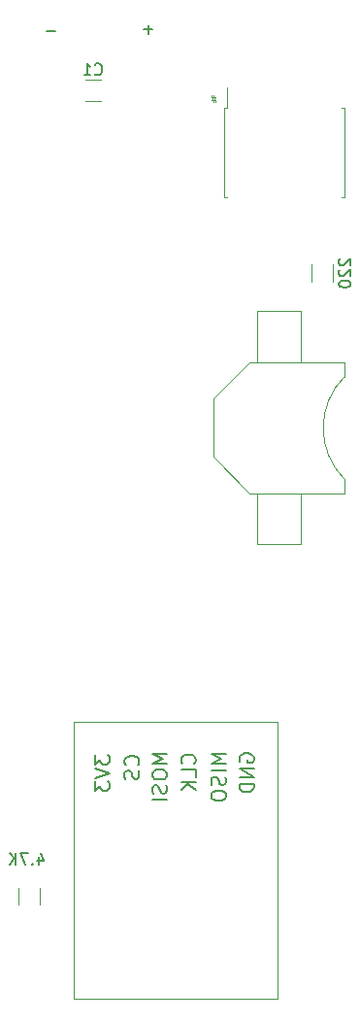
<source format=gbr>
%TF.GenerationSoftware,KiCad,Pcbnew,(5.1.12)-1*%
%TF.CreationDate,2023-05-17T18:58:12-04:00*%
%TF.ProjectId,Final_Design,46696e61-6c5f-4446-9573-69676e2e6b69,rev?*%
%TF.SameCoordinates,Original*%
%TF.FileFunction,Legend,Bot*%
%TF.FilePolarity,Positive*%
%FSLAX46Y46*%
G04 Gerber Fmt 4.6, Leading zero omitted, Abs format (unit mm)*
G04 Created by KiCad (PCBNEW (5.1.12)-1) date 2023-05-17 18:58:12*
%MOMM*%
%LPD*%
G01*
G04 APERTURE LIST*
%ADD10C,0.100000*%
%ADD11C,0.120000*%
%ADD12C,0.150000*%
G04 APERTURE END LIST*
D10*
X116745238Y-36607142D02*
X117102380Y-36607142D01*
X116888095Y-36821428D02*
X116745238Y-36178571D01*
X117054761Y-36392857D02*
X116697619Y-36392857D01*
X116911904Y-36178571D02*
X117054761Y-36821428D01*
D11*
%TO.C,BT1*%
X122600000Y-70915000D02*
X128315000Y-70915000D01*
X128315000Y-59485000D02*
X128315000Y-60755000D01*
X128315000Y-70915000D02*
X128315000Y-69645000D01*
X116885000Y-65200000D02*
X116885000Y-67740000D01*
X116885000Y-67740000D02*
X116885000Y-62660000D01*
X116885000Y-62660000D02*
X120060000Y-59485000D01*
X116885000Y-67740000D02*
X120060000Y-70915000D01*
X122600000Y-70915000D02*
X120060000Y-70915000D01*
X128315000Y-59485000D02*
X120060000Y-59485000D01*
X124505000Y-59485000D02*
X124505000Y-55675000D01*
X120695000Y-55675000D02*
X120695000Y-59485000D01*
X124505000Y-70915000D02*
X124505000Y-74725000D01*
X120695000Y-74725000D02*
X120695000Y-70915000D01*
X124505000Y-55675000D02*
X124505000Y-55040000D01*
X124505000Y-55040000D02*
X120695000Y-55040000D01*
X120695000Y-55040000D02*
X120695000Y-55675000D01*
X124505000Y-74725000D02*
X124505000Y-75360000D01*
X124505000Y-75360000D02*
X120695000Y-75360000D01*
X120695000Y-75360000D02*
X120695000Y-74725000D01*
X128315001Y-60755001D02*
G75*
G03*
X128315001Y-69644999I4444999J-4444999D01*
G01*
%TO.C,C1*%
X107111252Y-34890000D02*
X105688748Y-34890000D01*
X107111252Y-36710000D02*
X105688748Y-36710000D01*
%TO.C,4.7K*%
X101710000Y-106727064D02*
X101710000Y-105272936D01*
X99890000Y-106727064D02*
X99890000Y-105272936D01*
%TO.C,220*%
X125490000Y-50972936D02*
X125490000Y-52427064D01*
X127310000Y-50972936D02*
X127310000Y-52427064D01*
%TO.C,U2*%
X122450000Y-90830000D02*
X104670000Y-90830000D01*
X104670000Y-90830000D02*
X104670000Y-114960000D01*
X104670000Y-114960000D02*
X122450000Y-114960000D01*
X122450000Y-114960000D02*
X122450000Y-90830000D01*
%TO.C,U6*%
X128360000Y-41200000D02*
X128360000Y-45060000D01*
X128360000Y-45060000D02*
X128105000Y-45060000D01*
X128360000Y-41200000D02*
X128360000Y-37340000D01*
X128360000Y-37340000D02*
X128105000Y-37340000D01*
X117840000Y-41200000D02*
X117840000Y-45060000D01*
X117840000Y-45060000D02*
X118095000Y-45060000D01*
X117840000Y-41200000D02*
X117840000Y-37340000D01*
X117840000Y-37340000D02*
X118095000Y-37340000D01*
X118095000Y-37340000D02*
X118095000Y-35525000D01*
%TO.C,U1*%
D12*
X111580952Y-30471428D02*
X110819047Y-30471428D01*
X111200000Y-30852380D02*
X111200000Y-30090476D01*
X103080952Y-30601428D02*
X102319047Y-30601428D01*
%TO.C,C1*%
X106566666Y-34357142D02*
X106614285Y-34404761D01*
X106757142Y-34452380D01*
X106852380Y-34452380D01*
X106995238Y-34404761D01*
X107090476Y-34309523D01*
X107138095Y-34214285D01*
X107185714Y-34023809D01*
X107185714Y-33880952D01*
X107138095Y-33690476D01*
X107090476Y-33595238D01*
X106995238Y-33500000D01*
X106852380Y-33452380D01*
X106757142Y-33452380D01*
X106614285Y-33500000D01*
X106566666Y-33547619D01*
X105614285Y-34452380D02*
X106185714Y-34452380D01*
X105900000Y-34452380D02*
X105900000Y-33452380D01*
X105995238Y-33595238D01*
X106090476Y-33690476D01*
X106185714Y-33738095D01*
%TO.C,4.7K*%
X101623809Y-102585714D02*
X101623809Y-103252380D01*
X101861904Y-102204761D02*
X102100000Y-102919047D01*
X101480952Y-102919047D01*
X101100000Y-103157142D02*
X101052380Y-103204761D01*
X101100000Y-103252380D01*
X101147619Y-103204761D01*
X101100000Y-103157142D01*
X101100000Y-103252380D01*
X100719047Y-102252380D02*
X100052380Y-102252380D01*
X100480952Y-103252380D01*
X99671428Y-103252380D02*
X99671428Y-102252380D01*
X99100000Y-103252380D02*
X99528571Y-102680952D01*
X99100000Y-102252380D02*
X99671428Y-102823809D01*
%TO.C,220*%
X127947619Y-50461904D02*
X127900000Y-50509523D01*
X127852380Y-50604761D01*
X127852380Y-50842857D01*
X127900000Y-50938095D01*
X127947619Y-50985714D01*
X128042857Y-51033333D01*
X128138095Y-51033333D01*
X128280952Y-50985714D01*
X128852380Y-50414285D01*
X128852380Y-51033333D01*
X127947619Y-51414285D02*
X127900000Y-51461904D01*
X127852380Y-51557142D01*
X127852380Y-51795238D01*
X127900000Y-51890476D01*
X127947619Y-51938095D01*
X128042857Y-51985714D01*
X128138095Y-51985714D01*
X128280952Y-51938095D01*
X128852380Y-51366666D01*
X128852380Y-51985714D01*
X127852380Y-52604761D02*
X127852380Y-52700000D01*
X127900000Y-52795238D01*
X127947619Y-52842857D01*
X128042857Y-52890476D01*
X128233333Y-52938095D01*
X128471428Y-52938095D01*
X128661904Y-52890476D01*
X128757142Y-52842857D01*
X128804761Y-52795238D01*
X128852380Y-52700000D01*
X128852380Y-52604761D01*
X128804761Y-52509523D01*
X128757142Y-52461904D01*
X128661904Y-52414285D01*
X128471428Y-52366666D01*
X128233333Y-52366666D01*
X128042857Y-52414285D01*
X127947619Y-52461904D01*
X127900000Y-52509523D01*
X127852380Y-52604761D01*
%TO.C,U2*%
X106534523Y-93717619D02*
X106534523Y-94503809D01*
X107018333Y-94080476D01*
X107018333Y-94261904D01*
X107078809Y-94382857D01*
X107139285Y-94443333D01*
X107260238Y-94503809D01*
X107562619Y-94503809D01*
X107683571Y-94443333D01*
X107744047Y-94382857D01*
X107804523Y-94261904D01*
X107804523Y-93899047D01*
X107744047Y-93778095D01*
X107683571Y-93717619D01*
X106534523Y-94866666D02*
X107804523Y-95290000D01*
X106534523Y-95713333D01*
X106534523Y-96015714D02*
X106534523Y-96801904D01*
X107018333Y-96378571D01*
X107018333Y-96560000D01*
X107078809Y-96680952D01*
X107139285Y-96741428D01*
X107260238Y-96801904D01*
X107562619Y-96801904D01*
X107683571Y-96741428D01*
X107744047Y-96680952D01*
X107804523Y-96560000D01*
X107804523Y-96197142D01*
X107744047Y-96076190D01*
X107683571Y-96015714D01*
X110303571Y-94568333D02*
X110364047Y-94507857D01*
X110424523Y-94326428D01*
X110424523Y-94205476D01*
X110364047Y-94024047D01*
X110243095Y-93903095D01*
X110122142Y-93842619D01*
X109880238Y-93782142D01*
X109698809Y-93782142D01*
X109456904Y-93842619D01*
X109335952Y-93903095D01*
X109215000Y-94024047D01*
X109154523Y-94205476D01*
X109154523Y-94326428D01*
X109215000Y-94507857D01*
X109275476Y-94568333D01*
X110364047Y-95052142D02*
X110424523Y-95233571D01*
X110424523Y-95535952D01*
X110364047Y-95656904D01*
X110303571Y-95717380D01*
X110182619Y-95777857D01*
X110061666Y-95777857D01*
X109940714Y-95717380D01*
X109880238Y-95656904D01*
X109819761Y-95535952D01*
X109759285Y-95294047D01*
X109698809Y-95173095D01*
X109638333Y-95112619D01*
X109517380Y-95052142D01*
X109396428Y-95052142D01*
X109275476Y-95112619D01*
X109215000Y-95173095D01*
X109154523Y-95294047D01*
X109154523Y-95596428D01*
X109215000Y-95777857D01*
X112844523Y-93614285D02*
X111574523Y-93614285D01*
X112481666Y-94037619D01*
X111574523Y-94460952D01*
X112844523Y-94460952D01*
X111574523Y-95307619D02*
X111574523Y-95549523D01*
X111635000Y-95670476D01*
X111755952Y-95791428D01*
X111997857Y-95851904D01*
X112421190Y-95851904D01*
X112663095Y-95791428D01*
X112784047Y-95670476D01*
X112844523Y-95549523D01*
X112844523Y-95307619D01*
X112784047Y-95186666D01*
X112663095Y-95065714D01*
X112421190Y-95005238D01*
X111997857Y-95005238D01*
X111755952Y-95065714D01*
X111635000Y-95186666D01*
X111574523Y-95307619D01*
X112784047Y-96335714D02*
X112844523Y-96517142D01*
X112844523Y-96819523D01*
X112784047Y-96940476D01*
X112723571Y-97000952D01*
X112602619Y-97061428D01*
X112481666Y-97061428D01*
X112360714Y-97000952D01*
X112300238Y-96940476D01*
X112239761Y-96819523D01*
X112179285Y-96577619D01*
X112118809Y-96456666D01*
X112058333Y-96396190D01*
X111937380Y-96335714D01*
X111816428Y-96335714D01*
X111695476Y-96396190D01*
X111635000Y-96456666D01*
X111574523Y-96577619D01*
X111574523Y-96880000D01*
X111635000Y-97061428D01*
X112844523Y-97605714D02*
X111574523Y-97605714D01*
X115233571Y-94454047D02*
X115294047Y-94393571D01*
X115354523Y-94212142D01*
X115354523Y-94091190D01*
X115294047Y-93909761D01*
X115173095Y-93788809D01*
X115052142Y-93728333D01*
X114810238Y-93667857D01*
X114628809Y-93667857D01*
X114386904Y-93728333D01*
X114265952Y-93788809D01*
X114145000Y-93909761D01*
X114084523Y-94091190D01*
X114084523Y-94212142D01*
X114145000Y-94393571D01*
X114205476Y-94454047D01*
X115354523Y-95603095D02*
X115354523Y-94998333D01*
X114084523Y-94998333D01*
X115354523Y-96026428D02*
X114084523Y-96026428D01*
X115354523Y-96752142D02*
X114628809Y-96207857D01*
X114084523Y-96752142D02*
X114810238Y-96026428D01*
X117974523Y-93614285D02*
X116704523Y-93614285D01*
X117611666Y-94037619D01*
X116704523Y-94460952D01*
X117974523Y-94460952D01*
X117974523Y-95065714D02*
X116704523Y-95065714D01*
X117914047Y-95610000D02*
X117974523Y-95791428D01*
X117974523Y-96093809D01*
X117914047Y-96214761D01*
X117853571Y-96275238D01*
X117732619Y-96335714D01*
X117611666Y-96335714D01*
X117490714Y-96275238D01*
X117430238Y-96214761D01*
X117369761Y-96093809D01*
X117309285Y-95851904D01*
X117248809Y-95730952D01*
X117188333Y-95670476D01*
X117067380Y-95610000D01*
X116946428Y-95610000D01*
X116825476Y-95670476D01*
X116765000Y-95730952D01*
X116704523Y-95851904D01*
X116704523Y-96154285D01*
X116765000Y-96335714D01*
X116704523Y-97121904D02*
X116704523Y-97363809D01*
X116765000Y-97484761D01*
X116885952Y-97605714D01*
X117127857Y-97666190D01*
X117551190Y-97666190D01*
X117793095Y-97605714D01*
X117914047Y-97484761D01*
X117974523Y-97363809D01*
X117974523Y-97121904D01*
X117914047Y-97000952D01*
X117793095Y-96880000D01*
X117551190Y-96819523D01*
X117127857Y-96819523D01*
X116885952Y-96880000D01*
X116765000Y-97000952D01*
X116704523Y-97121904D01*
X119215000Y-94272380D02*
X119154523Y-94151428D01*
X119154523Y-93970000D01*
X119215000Y-93788571D01*
X119335952Y-93667619D01*
X119456904Y-93607142D01*
X119698809Y-93546666D01*
X119880238Y-93546666D01*
X120122142Y-93607142D01*
X120243095Y-93667619D01*
X120364047Y-93788571D01*
X120424523Y-93970000D01*
X120424523Y-94090952D01*
X120364047Y-94272380D01*
X120303571Y-94332857D01*
X119880238Y-94332857D01*
X119880238Y-94090952D01*
X120424523Y-94877142D02*
X119154523Y-94877142D01*
X120424523Y-95602857D01*
X119154523Y-95602857D01*
X120424523Y-96207619D02*
X119154523Y-96207619D01*
X119154523Y-96510000D01*
X119215000Y-96691428D01*
X119335952Y-96812380D01*
X119456904Y-96872857D01*
X119698809Y-96933333D01*
X119880238Y-96933333D01*
X120122142Y-96872857D01*
X120243095Y-96812380D01*
X120364047Y-96691428D01*
X120424523Y-96510000D01*
X120424523Y-96207619D01*
%TD*%
M02*

</source>
